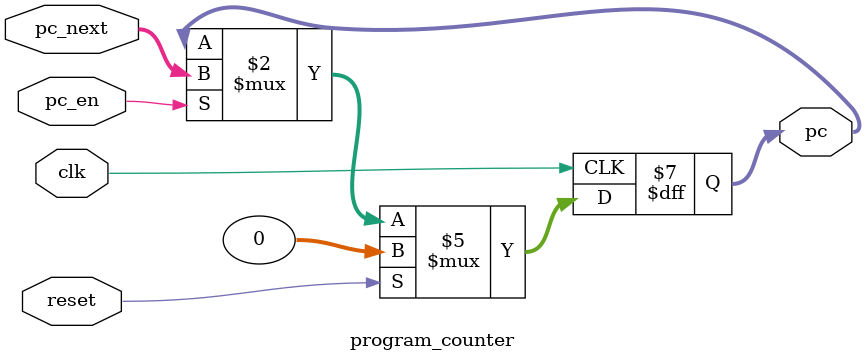
<source format=v>
module program_counter(
    input clk , 
    input reset , 
    input pc_en ,
    input [31:0] pc_next , 
    output reg [31:0] pc
);

    always @ (posedge clk) begin 
            if(reset) begin 
                pc <= 32'b0;
            end
            else if(pc_en) begin 
                pc <= pc_next;
            end
    end

endmodule
</source>
